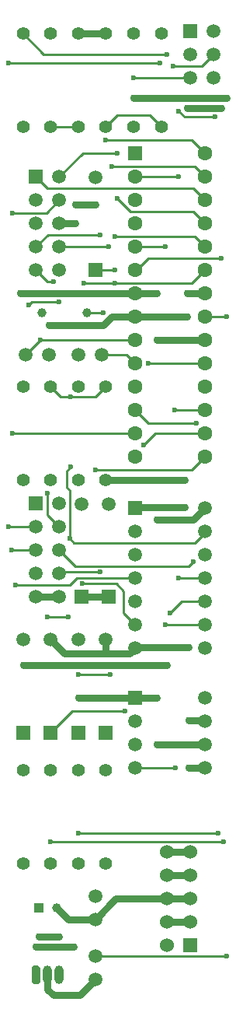
<source format=gbr>
G04 DipTrace 2.4.0.2*
%INTop.gbr*%
%MOMM*%
%ADD13C,0.762*%
%ADD14C,0.254*%
%ADD15C,1.5*%
%ADD17R,1.0X1.0*%
%ADD18C,1.0*%
%ADD19R,1.5X1.5*%
%ADD20C,1.524*%
%ADD21R,1.524X1.524*%
%ADD22C,1.422*%
%ADD23R,1.6X1.6*%
%ADD24C,1.6*%
%ADD25O,1.0X2.0*%
%ADD26C,1.0*%
%ADD28C,0.6*%
%FSLAX53Y53*%
G04*
G71*
G90*
G75*
G01*
%LNTop*%
%LPD*%
X7938Y7621D2*
D13*
X3810D1*
X24609Y100023D2*
X14448D1*
X16988Y29682D2*
X16996Y29690D1*
X22227D1*
X14618Y78750D2*
X2064D1*
X16988Y73719D2*
X22189D1*
X22238Y73670D1*
X16988Y54157D2*
X20985D1*
X22238Y55410D1*
X16988Y34778D2*
X14615D1*
X14607Y34770D1*
X10033D1*
X8407D1*
X16988Y78767D2*
X16971Y78750D1*
X14618D1*
X8732Y45725D2*
X11749D1*
X15559Y62237D2*
D14*
X16832Y63510D1*
X22238D1*
X14448Y102246D2*
X20640D1*
X3810Y91440D2*
X5071Y90179D1*
X20968D1*
X22238Y88910D1*
X12384Y81289D2*
X10334D1*
X10312Y81310D1*
X22238Y83830D2*
X21128Y84940D1*
X12384D1*
X11431Y96849D2*
X12700Y98118D1*
X16195D1*
X17464Y96849D1*
X3810Y53340D2*
X799D1*
X794Y103833D2*
X17306D1*
X5081Y57013D2*
Y54609D1*
X6350Y53340D1*
X1270Y87480D2*
X4930D1*
X6350Y88900D1*
Y91440D2*
X8900Y93990D1*
X12701D1*
Y89068D2*
X14130Y87639D1*
X20969D1*
X22238Y86370D1*
X10796Y48424D2*
X6350D1*
Y48260D1*
X23974Y82559D2*
X16035D1*
X14618Y81141D1*
Y81290D1*
X20640Y10320D2*
D13*
X18100D1*
X20640Y12860D2*
X18100D1*
X20640Y15400D2*
X18100D1*
X5080Y4604D2*
Y3017D1*
X5716Y2381D1*
X8566D1*
X10312Y4128D1*
X6071Y11906D2*
X7341Y10636D1*
X10312D1*
X12536Y12860D1*
X18100D1*
X20322Y98912D2*
X23974D1*
X8415Y107009D2*
X9959D1*
X11431D1*
X14618Y40170D2*
X13981Y39533D1*
X11430D1*
X6937D1*
X5410Y41059D1*
X11430D2*
Y39533D1*
X14618Y76210D2*
X12068D1*
X11114Y75255D1*
X8097D1*
X5239D1*
X20322Y76208D2*
Y76210D1*
X14618D1*
X20322Y78785D2*
X22202D1*
X22238Y78750D1*
X20005Y55501D2*
X14709D1*
X14618Y55410D1*
X20481Y40215D2*
X14664D1*
X14618Y40170D1*
X20481Y32282D2*
X22174D1*
X22227Y32230D1*
X20481Y27140D2*
X22216D1*
X22227Y27150D1*
X10320Y88433D2*
X8097D1*
Y86369D2*
X6359D1*
X6350Y86360D1*
X3810Y45720D2*
X6350D1*
X20005Y58433D2*
X11437D1*
X11430Y58426D1*
X14607Y27150D2*
D14*
X19052D1*
X18734Y103516D2*
X21910D1*
X23180Y104786D1*
X18893Y66047D2*
X22235D1*
X22238Y66050D1*
X4089Y8732D2*
D13*
X6351D1*
X8407Y20005D2*
D14*
X23656D1*
X10955Y72080D2*
X13668D1*
X14618Y71130D1*
X9325Y76684D2*
X11114D1*
X2699Y72080D2*
X4289Y73670D1*
X14618D1*
X10312Y6668D2*
X24609D1*
X24607Y76210D2*
X22238D1*
Y47790D2*
X19369D1*
X19370Y91450D2*
X14618D1*
X22238Y42710D2*
X17939D1*
X17941Y83829D2*
X14619D1*
X14618Y83830D1*
X22238Y45250D2*
X19688D1*
X18417Y43978D1*
X18099Y104786D2*
X4610D1*
X2388Y107009D1*
X14618Y42710D2*
X13336Y43991D1*
Y46360D1*
X12543Y47154D1*
X8891D1*
X14618Y47790D2*
X8257D1*
X7462Y46995D1*
X1588D1*
X5398Y19052D2*
X24291D1*
X8407Y37310D2*
X11908D1*
X5410Y68586D2*
X6521Y67476D1*
X7621D1*
X10320D1*
X11430Y68586D1*
X7462Y52075D2*
Y57315D1*
X7145Y57632D1*
Y59379D1*
X7621Y59855D1*
X22238Y52870D2*
X22386D1*
X21116Y51599D1*
X7938D1*
X7462Y52075D1*
X10320Y59538D2*
X20806D1*
X22238Y60970D1*
X7303Y43502D2*
X5081D1*
X3017Y77478D2*
X3334Y77796D1*
X6351D1*
X6350Y83820D2*
X11749D1*
X12066Y92561D2*
X21127D1*
X22238Y91450D1*
X5398Y96849D2*
X8415D1*
X22238Y81290D2*
X20808Y79860D1*
X12384D1*
X9050D1*
X13495Y33341D2*
X7792D1*
X5410Y30960D1*
X5716Y80018D2*
X5072D1*
X3810Y81280D1*
Y83820D2*
X5089Y85099D1*
X10796D1*
X11431Y95419D2*
X20809D1*
X22238Y93990D1*
X16035Y71127D2*
X22236D1*
X22238Y71130D1*
X23339Y97959D2*
X20005D1*
X19370Y98594D1*
X3810Y50800D2*
X3805Y50805D1*
X1111D1*
X1270Y63507D2*
X14615D1*
X14618Y63510D1*
Y66050D2*
X16050Y64618D1*
X21275D1*
X20957Y49535D2*
X20481Y49059D1*
X8091D1*
X6350Y50800D1*
X20640Y17940D2*
D13*
X18100D1*
Y38263D2*
X2388D1*
X7938Y7621D3*
X3810D3*
X24609Y100023D3*
X14448D3*
X16988Y29682D3*
X2064Y78750D3*
X16988Y73719D3*
Y54157D3*
Y34778D3*
X8407Y34770D3*
X16988Y78767D3*
X10033Y34770D3*
D28*
X15559Y62237D3*
X14448Y102246D3*
X12384Y81289D3*
Y84940D3*
X799Y53340D3*
X794Y103833D3*
X17306D3*
X5081Y57013D3*
X1270Y87480D3*
X12701Y93990D3*
Y89068D3*
X10796Y48424D3*
X23974Y82559D3*
D13*
X20322Y98912D3*
X23974D3*
X5239Y75255D3*
X8097D3*
X20322Y76208D3*
Y78785D3*
X20005Y55501D3*
X20481Y40215D3*
Y32282D3*
Y27140D3*
X10320Y88433D3*
X8097D3*
Y75255D3*
Y86369D3*
X9959Y107009D3*
X20005Y58433D3*
D28*
X19052Y27150D3*
X18734Y103516D3*
X18893Y66047D3*
D13*
X4089Y8732D3*
X6351D3*
D28*
X8407Y20005D3*
X23656D3*
X11114Y76684D3*
X4289Y73670D3*
X24609Y6668D3*
X24607Y76210D3*
X19369Y47790D3*
X19370Y91450D3*
X17939Y42710D3*
X17941Y83829D3*
X18417Y43978D3*
X18099Y104786D3*
X8891Y47154D3*
X1588Y46995D3*
X5398Y19052D3*
X24291D3*
X8407Y37310D3*
X11908D3*
X7462Y52075D3*
X7621Y59855D3*
Y67476D3*
X7462Y52075D3*
X10320Y59538D3*
X7303Y43502D3*
X5081D3*
X3017Y77478D3*
X6351Y77796D3*
X11749Y83820D3*
X12066Y92561D3*
X9050Y79860D3*
X12384D3*
X13495Y33341D3*
X5716Y80018D3*
X10796Y85099D3*
X11431Y95419D3*
X16035Y71127D3*
X23339Y97959D3*
X19370Y98594D3*
X1111Y50805D3*
X1270Y63507D3*
X21275Y64618D3*
X20957Y49535D3*
D13*
X18100Y38263D3*
X2388D3*
D15*
X5239Y72080D3*
X2699D3*
X8415D3*
X10955D3*
D17*
X4089Y11906D3*
D18*
X6071D3*
D15*
X10312Y10636D3*
Y13176D3*
Y4128D3*
Y6668D3*
D19*
Y81310D3*
D15*
Y91410D3*
D19*
X8732Y45725D3*
D15*
Y55825D3*
D19*
X11749Y45725D3*
D15*
Y55825D3*
D19*
X2388Y30960D3*
D15*
Y41059D3*
D19*
X5410Y30960D3*
D15*
Y41059D3*
D19*
X8407Y30960D3*
D15*
Y41059D3*
D19*
X11430Y30960D3*
D15*
Y41059D3*
X3810Y81280D3*
X6350D3*
X3810Y83820D3*
X6350D3*
X3810Y86360D3*
X6350D3*
X3810Y88900D3*
X6350D3*
Y91440D3*
D19*
X3810D3*
D15*
Y45720D3*
X6350D3*
X3810Y48260D3*
X6350D3*
X3810Y50800D3*
X6350D3*
X3810Y53340D3*
X6350D3*
Y55880D3*
D19*
X3810D3*
X20640Y107326D3*
D15*
X23180D3*
X20640Y104786D3*
X23180D3*
X20640Y102246D3*
X23180D3*
D20*
X18100Y17940D3*
X20640D3*
Y15400D3*
X18100D3*
X20640Y12860D3*
X18100D3*
X20640Y10320D3*
X18100D3*
Y7780D3*
D21*
X20640D3*
D22*
X2388Y107009D3*
Y96849D3*
X5398Y107009D3*
Y96849D3*
X8415Y107009D3*
Y96849D3*
X11431Y107009D3*
Y96849D3*
X14448Y107009D3*
Y96849D3*
X17464Y107009D3*
Y96849D3*
X2388Y58426D3*
Y68586D3*
X5410Y58426D3*
Y68586D3*
X8407Y58426D3*
Y68586D3*
X11430Y58426D3*
Y68586D3*
X2388Y26822D3*
Y16662D3*
X5398D3*
Y26822D3*
X8407D3*
Y16662D3*
X11431D3*
Y26822D3*
D23*
X14618Y93990D3*
D24*
Y91450D3*
Y88910D3*
Y86370D3*
Y83830D3*
Y81290D3*
Y78750D3*
Y76210D3*
Y73670D3*
Y71130D3*
Y68590D3*
Y66050D3*
Y63510D3*
Y60970D3*
X22238D3*
Y63510D3*
Y66050D3*
Y68590D3*
Y71130D3*
Y73670D3*
Y76210D3*
Y78750D3*
Y81290D3*
Y83830D3*
Y86370D3*
Y88910D3*
Y91450D3*
Y93990D3*
D19*
X14618Y55410D3*
D15*
Y52870D3*
Y50330D3*
Y47790D3*
Y45250D3*
Y42710D3*
Y40170D3*
X22238D3*
Y42710D3*
Y45250D3*
Y47790D3*
Y50330D3*
Y52870D3*
Y55410D3*
D19*
X14607Y34770D3*
D15*
Y32230D3*
Y29690D3*
Y27150D3*
X22227D3*
Y29690D3*
Y32230D3*
Y34770D3*
G36*
X3310Y3854D2*
X3560Y3604D1*
X4060D1*
X4310Y3854D1*
Y5354D1*
X4060Y5604D1*
X3560D1*
X3310Y5354D1*
Y3854D1*
G37*
D25*
X5080Y4604D3*
X6350D3*
D26*
X4445Y76684D3*
X9325D3*
M02*

</source>
